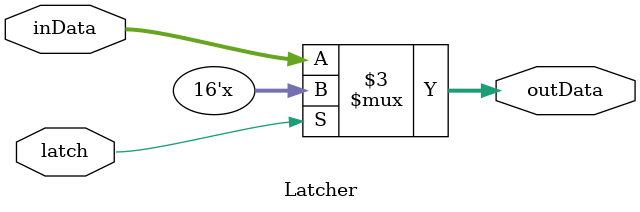
<source format=v>
module Latcher(latch, inData, outData);
  input latch;
  input [15 : 0] inData;
  output reg [15 : 0] outData;
   
  always @(latch, inData) begin
    if(!latch)
    	outData <= inData;
    end
endmodule
</source>
